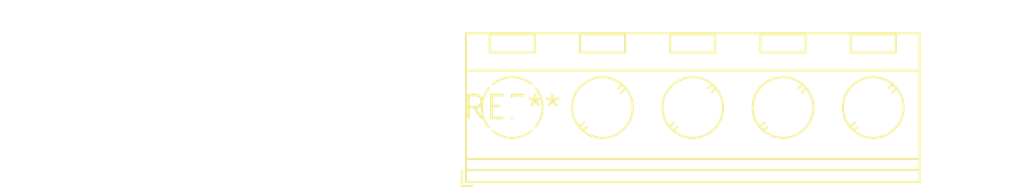
<source format=kicad_pcb>
(kicad_pcb (version 20240108) (generator pcbnew)
  (layers (0 "F.Cu" signal) (31 "B.Cu" signal) (34 "B.Paste" user) (35 "F.Paste" user) (36 "B.SilkS" user "B.Silkscreen") (37 "F.SilkS" user "F.Silkscreen") (38 "B.Mask" user) (39 "F.Mask" user) (44 "Edge.Cuts" user))
  (net 0 "")
  (footprint "TerminalBlock_RND_205-00048_1x05_P5.00mm_Horizontal" (layer "F.Cu") (at 0 0)
    (property "Reference" "REF**")
    (property "Value" "TerminalBlock_RND_205-00048_1x05_P5.00mm_Horizontal")
    (fp_line (start -2.8 3.51) (end -2.8 4.35) (layer "F.SilkS") (stroke (width 0.12)))
    (fp_line (start -2.8 4.35) (end -2.2 4.35) (layer "F.SilkS") (stroke (width 0.12)))
    (fp_line (start -2.56 -4.11) (end -2.56 4.11) (layer "F.SilkS") (stroke (width 0.12)))
    (fp_line (start -2.56 -4.11) (end 22.56 -4.11) (layer "F.SilkS") (stroke (width 0.12)))
    (fp_line (start -2.56 -2.05) (end 22.56 -2.05) (layer "F.SilkS") (stroke (width 0.12)))
    (fp_line (start -2.56 2.85) (end 22.56 2.85) (layer "F.SilkS") (stroke (width 0.12)))
    (fp_line (start -2.56 3.45) (end 22.56 3.45) (layer "F.SilkS") (stroke (width 0.12)))
    (fp_line (start -2.56 4.11) (end 22.56 4.11) (layer "F.SilkS") (stroke (width 0.12)))
    (fp_line (start -1.25 -4.05) (end -1.25 -3.05) (layer "F.SilkS") (stroke (width 0.12)))
    (fp_line (start -1.25 -4.05) (end 1.25 -4.05) (layer "F.SilkS") (stroke (width 0.12)))
    (fp_line (start -1.25 -3.05) (end 1.25 -3.05) (layer "F.SilkS") (stroke (width 0.12)))
    (fp_line (start 1.25 -4.05) (end 1.25 -3.05) (layer "F.SilkS") (stroke (width 0.12)))
    (fp_line (start 3.75 -4.05) (end 3.75 -3.05) (layer "F.SilkS") (stroke (width 0.12)))
    (fp_line (start 3.75 -4.05) (end 6.25 -4.05) (layer "F.SilkS") (stroke (width 0.12)))
    (fp_line (start 3.75 -3.05) (end 6.25 -3.05) (layer "F.SilkS") (stroke (width 0.12)))
    (fp_line (start 3.972 0.823) (end 3.726 1.069) (layer "F.SilkS") (stroke (width 0.12)))
    (fp_line (start 4.13 1.075) (end 3.931 1.274) (layer "F.SilkS") (stroke (width 0.12)))
    (fp_line (start 6.07 -1.275) (end 5.859 -1.064) (layer "F.SilkS") (stroke (width 0.12)))
    (fp_line (start 6.25 -4.05) (end 6.25 -3.05) (layer "F.SilkS") (stroke (width 0.12)))
    (fp_line (start 6.275 -1.069) (end 6.029 -0.823) (layer "F.SilkS") (stroke (width 0.12)))
    (fp_line (start 8.75 -4.05) (end 8.75 -3.05) (layer "F.SilkS") (stroke (width 0.12)))
    (fp_line (start 8.75 -4.05) (end 11.25 -4.05) (layer "F.SilkS") (stroke (width 0.12)))
    (fp_line (start 8.75 -3.05) (end 11.25 -3.05) (layer "F.SilkS") (stroke (width 0.12)))
    (fp_line (start 8.972 0.823) (end 8.726 1.069) (layer "F.SilkS") (stroke (width 0.12)))
    (fp_line (start 9.13 1.075) (end 8.931 1.274) (layer "F.SilkS") (stroke (width 0.12)))
    (fp_line (start 11.07 -1.275) (end 10.859 -1.064) (layer "F.SilkS") (stroke (width 0.12)))
    (fp_line (start 11.25 -4.05) (end 11.25 -3.05) (layer "F.SilkS") (stroke (width 0.12)))
    (fp_line (start 11.275 -1.069) (end 11.029 -0.823) (layer "F.SilkS") (stroke (width 0.12)))
    (fp_line (start 13.75 -4.05) (end 13.75 -3.05) (layer "F.SilkS") (stroke (width 0.12)))
    (fp_line (start 13.75 -4.05) (end 16.25 -4.05) (layer "F.SilkS") (stroke (width 0.12)))
    (fp_line (start 13.75 -3.05) (end 16.25 -3.05) (layer "F.SilkS") (stroke (width 0.12)))
    (fp_line (start 13.972 0.823) (end 13.726 1.069) (layer "F.SilkS") (stroke (width 0.12)))
    (fp_line (start 14.13 1.075) (end 13.931 1.274) (layer "F.SilkS") (stroke (width 0.12)))
    (fp_line (start 16.07 -1.275) (end 15.859 -1.064) (layer "F.SilkS") (stroke (width 0.12)))
    (fp_line (start 16.25 -4.05) (end 16.25 -3.05) (layer "F.SilkS") (stroke (width 0.12)))
    (fp_line (start 16.275 -1.069) (end 16.029 -0.823) (layer "F.SilkS") (stroke (width 0.12)))
    (fp_line (start 18.75 -4.05) (end 18.75 -3.05) (layer "F.SilkS") (stroke (width 0.12)))
    (fp_line (start 18.75 -4.05) (end 21.25 -4.05) (layer "F.SilkS") (stroke (width 0.12)))
    (fp_line (start 18.75 -3.05) (end 21.25 -3.05) (layer "F.SilkS") (stroke (width 0.12)))
    (fp_line (start 18.972 0.823) (end 18.726 1.069) (layer "F.SilkS") (stroke (width 0.12)))
    (fp_line (start 19.13 1.075) (end 18.931 1.274) (layer "F.SilkS") (stroke (width 0.12)))
    (fp_line (start 21.07 -1.275) (end 20.859 -1.064) (layer "F.SilkS") (stroke (width 0.12)))
    (fp_line (start 21.25 -4.05) (end 21.25 -3.05) (layer "F.SilkS") (stroke (width 0.12)))
    (fp_line (start 21.275 -1.069) (end 21.029 -0.823) (layer "F.SilkS") (stroke (width 0.12)))
    (fp_line (start 22.56 -4.11) (end 22.56 4.11) (layer "F.SilkS") (stroke (width 0.12)))
    (fp_arc (start -1.288062 1.079734) (mid -1.680752 -0.000826) (end -1.287 -1.081) (layer "F.SilkS") (stroke (width 0.12)))
    (fp_arc (start -1.079908 -1.287078) (mid 6e-05 -1.68011) (end 1.08 -1.287) (layer "F.SilkS") (stroke (width 0.12)))
    (fp_arc (start 0.028507 1.680511) (mid -0.561826 1.584071) (end -1.081 1.287) (layer "F.SilkS") (stroke (width 0.12)))
    (fp_arc (start 1.079883 1.286955) (mid 0.574594 1.578684) (end 0 1.68) (layer "F.SilkS") (stroke (width 0.12)))
    (fp_arc (start 1.287078 -1.079908) (mid 1.68011 6e-05) (end 1.287 1.08) (layer "F.SilkS") (stroke (width 0.12)))
    (fp_circle (center 5 0) (end 6.68 0) (layer "F.SilkS") (stroke (width 0.12)) (fill none))
    (fp_circle (center 10 0) (end 11.68 0) (layer "F.SilkS") (stroke (width 0.12)) (fill none))
    (fp_circle (center 15 0) (end 16.68 0) (layer "F.SilkS") (stroke (width 0.12)) (fill none))
    (fp_circle (center 20 0) (end 21.68 0) (layer "F.SilkS") (stroke (width 0.12)) (fill none))
    (pad "1" thru_hole rect (at 0 0) (size 2.1 2.1) (drill 1.1) (layers *.Cu *.Mask) (remove_unused_layers))
    (pad "2" thru_hole circle (at 5 0) (size 2.1 2.1) (drill 1.1) (layers *.Cu *.Mask) (remove_unused_layers))
    (pad "3" thru_hole circle (at 10 0) (size 2.1 2.1) (drill 1.1) (layers *.Cu *.Mask) (remove_unused_layers))
    (pad "4" thru_hole circle (at 15 0) (size 2.1 2.1) (drill 1.1) (layers *.Cu *.Mask) (remove_unused_layers))
    (pad "5" thru_hole circle (at 20 0) (size 2.1 2.1) (drill 1.1) (layers *.Cu *.Mask) (remove_unused_layers))
  )
)
</source>
